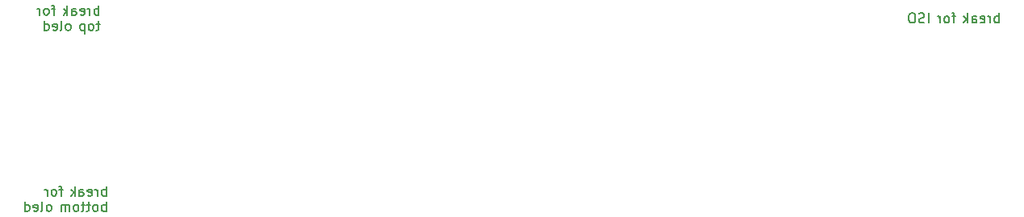
<source format=gbo>
%TF.GenerationSoftware,KiCad,Pcbnew,(7.0.0)*%
%TF.CreationDate,2023-11-20T08:37:48+01:00*%
%TF.ProjectId,plate,706c6174-652e-46b6-9963-61645f706362,rev?*%
%TF.SameCoordinates,Original*%
%TF.FileFunction,Legend,Bot*%
%TF.FilePolarity,Positive*%
%FSLAX46Y46*%
G04 Gerber Fmt 4.6, Leading zero omitted, Abs format (unit mm)*
G04 Created by KiCad (PCBNEW (7.0.0)) date 2023-11-20 08:37:48*
%MOMM*%
%LPD*%
G01*
G04 APERTURE LIST*
%ADD10C,0.150000*%
G04 APERTURE END LIST*
D10*
X160893154Y-94206130D02*
X160893154Y-93206130D01*
X160893154Y-93587083D02*
X160797916Y-93539464D01*
X160797916Y-93539464D02*
X160607440Y-93539464D01*
X160607440Y-93539464D02*
X160512202Y-93587083D01*
X160512202Y-93587083D02*
X160464583Y-93634702D01*
X160464583Y-93634702D02*
X160416964Y-93729940D01*
X160416964Y-93729940D02*
X160416964Y-94015654D01*
X160416964Y-94015654D02*
X160464583Y-94110892D01*
X160464583Y-94110892D02*
X160512202Y-94158511D01*
X160512202Y-94158511D02*
X160607440Y-94206130D01*
X160607440Y-94206130D02*
X160797916Y-94206130D01*
X160797916Y-94206130D02*
X160893154Y-94158511D01*
X159988392Y-94206130D02*
X159988392Y-93539464D01*
X159988392Y-93729940D02*
X159940773Y-93634702D01*
X159940773Y-93634702D02*
X159893154Y-93587083D01*
X159893154Y-93587083D02*
X159797916Y-93539464D01*
X159797916Y-93539464D02*
X159702678Y-93539464D01*
X158988392Y-94158511D02*
X159083630Y-94206130D01*
X159083630Y-94206130D02*
X159274106Y-94206130D01*
X159274106Y-94206130D02*
X159369344Y-94158511D01*
X159369344Y-94158511D02*
X159416963Y-94063273D01*
X159416963Y-94063273D02*
X159416963Y-93682321D01*
X159416963Y-93682321D02*
X159369344Y-93587083D01*
X159369344Y-93587083D02*
X159274106Y-93539464D01*
X159274106Y-93539464D02*
X159083630Y-93539464D01*
X159083630Y-93539464D02*
X158988392Y-93587083D01*
X158988392Y-93587083D02*
X158940773Y-93682321D01*
X158940773Y-93682321D02*
X158940773Y-93777559D01*
X158940773Y-93777559D02*
X159416963Y-93872797D01*
X158083630Y-94206130D02*
X158083630Y-93682321D01*
X158083630Y-93682321D02*
X158131249Y-93587083D01*
X158131249Y-93587083D02*
X158226487Y-93539464D01*
X158226487Y-93539464D02*
X158416963Y-93539464D01*
X158416963Y-93539464D02*
X158512201Y-93587083D01*
X158083630Y-94158511D02*
X158178868Y-94206130D01*
X158178868Y-94206130D02*
X158416963Y-94206130D01*
X158416963Y-94206130D02*
X158512201Y-94158511D01*
X158512201Y-94158511D02*
X158559820Y-94063273D01*
X158559820Y-94063273D02*
X158559820Y-93968035D01*
X158559820Y-93968035D02*
X158512201Y-93872797D01*
X158512201Y-93872797D02*
X158416963Y-93825178D01*
X158416963Y-93825178D02*
X158178868Y-93825178D01*
X158178868Y-93825178D02*
X158083630Y-93777559D01*
X157607439Y-94206130D02*
X157607439Y-93206130D01*
X157512201Y-93825178D02*
X157226487Y-94206130D01*
X157226487Y-93539464D02*
X157607439Y-93920416D01*
X156340772Y-93539464D02*
X155959820Y-93539464D01*
X156197915Y-94206130D02*
X156197915Y-93348988D01*
X156197915Y-93348988D02*
X156150296Y-93253750D01*
X156150296Y-93253750D02*
X156055058Y-93206130D01*
X156055058Y-93206130D02*
X155959820Y-93206130D01*
X155483629Y-94206130D02*
X155578867Y-94158511D01*
X155578867Y-94158511D02*
X155626486Y-94110892D01*
X155626486Y-94110892D02*
X155674105Y-94015654D01*
X155674105Y-94015654D02*
X155674105Y-93729940D01*
X155674105Y-93729940D02*
X155626486Y-93634702D01*
X155626486Y-93634702D02*
X155578867Y-93587083D01*
X155578867Y-93587083D02*
X155483629Y-93539464D01*
X155483629Y-93539464D02*
X155340772Y-93539464D01*
X155340772Y-93539464D02*
X155245534Y-93587083D01*
X155245534Y-93587083D02*
X155197915Y-93634702D01*
X155197915Y-93634702D02*
X155150296Y-93729940D01*
X155150296Y-93729940D02*
X155150296Y-94015654D01*
X155150296Y-94015654D02*
X155197915Y-94110892D01*
X155197915Y-94110892D02*
X155245534Y-94158511D01*
X155245534Y-94158511D02*
X155340772Y-94206130D01*
X155340772Y-94206130D02*
X155483629Y-94206130D01*
X154721724Y-94206130D02*
X154721724Y-93539464D01*
X154721724Y-93729940D02*
X154674105Y-93634702D01*
X154674105Y-93634702D02*
X154626486Y-93587083D01*
X154626486Y-93587083D02*
X154531248Y-93539464D01*
X154531248Y-93539464D02*
X154436010Y-93539464D01*
X160893154Y-95826130D02*
X160893154Y-94826130D01*
X160893154Y-95207083D02*
X160797916Y-95159464D01*
X160797916Y-95159464D02*
X160607440Y-95159464D01*
X160607440Y-95159464D02*
X160512202Y-95207083D01*
X160512202Y-95207083D02*
X160464583Y-95254702D01*
X160464583Y-95254702D02*
X160416964Y-95349940D01*
X160416964Y-95349940D02*
X160416964Y-95635654D01*
X160416964Y-95635654D02*
X160464583Y-95730892D01*
X160464583Y-95730892D02*
X160512202Y-95778511D01*
X160512202Y-95778511D02*
X160607440Y-95826130D01*
X160607440Y-95826130D02*
X160797916Y-95826130D01*
X160797916Y-95826130D02*
X160893154Y-95778511D01*
X159845535Y-95826130D02*
X159940773Y-95778511D01*
X159940773Y-95778511D02*
X159988392Y-95730892D01*
X159988392Y-95730892D02*
X160036011Y-95635654D01*
X160036011Y-95635654D02*
X160036011Y-95349940D01*
X160036011Y-95349940D02*
X159988392Y-95254702D01*
X159988392Y-95254702D02*
X159940773Y-95207083D01*
X159940773Y-95207083D02*
X159845535Y-95159464D01*
X159845535Y-95159464D02*
X159702678Y-95159464D01*
X159702678Y-95159464D02*
X159607440Y-95207083D01*
X159607440Y-95207083D02*
X159559821Y-95254702D01*
X159559821Y-95254702D02*
X159512202Y-95349940D01*
X159512202Y-95349940D02*
X159512202Y-95635654D01*
X159512202Y-95635654D02*
X159559821Y-95730892D01*
X159559821Y-95730892D02*
X159607440Y-95778511D01*
X159607440Y-95778511D02*
X159702678Y-95826130D01*
X159702678Y-95826130D02*
X159845535Y-95826130D01*
X159226487Y-95159464D02*
X158845535Y-95159464D01*
X159083630Y-94826130D02*
X159083630Y-95683273D01*
X159083630Y-95683273D02*
X159036011Y-95778511D01*
X159036011Y-95778511D02*
X158940773Y-95826130D01*
X158940773Y-95826130D02*
X158845535Y-95826130D01*
X158655058Y-95159464D02*
X158274106Y-95159464D01*
X158512201Y-94826130D02*
X158512201Y-95683273D01*
X158512201Y-95683273D02*
X158464582Y-95778511D01*
X158464582Y-95778511D02*
X158369344Y-95826130D01*
X158369344Y-95826130D02*
X158274106Y-95826130D01*
X157797915Y-95826130D02*
X157893153Y-95778511D01*
X157893153Y-95778511D02*
X157940772Y-95730892D01*
X157940772Y-95730892D02*
X157988391Y-95635654D01*
X157988391Y-95635654D02*
X157988391Y-95349940D01*
X157988391Y-95349940D02*
X157940772Y-95254702D01*
X157940772Y-95254702D02*
X157893153Y-95207083D01*
X157893153Y-95207083D02*
X157797915Y-95159464D01*
X157797915Y-95159464D02*
X157655058Y-95159464D01*
X157655058Y-95159464D02*
X157559820Y-95207083D01*
X157559820Y-95207083D02*
X157512201Y-95254702D01*
X157512201Y-95254702D02*
X157464582Y-95349940D01*
X157464582Y-95349940D02*
X157464582Y-95635654D01*
X157464582Y-95635654D02*
X157512201Y-95730892D01*
X157512201Y-95730892D02*
X157559820Y-95778511D01*
X157559820Y-95778511D02*
X157655058Y-95826130D01*
X157655058Y-95826130D02*
X157797915Y-95826130D01*
X157036010Y-95826130D02*
X157036010Y-95159464D01*
X157036010Y-95254702D02*
X156988391Y-95207083D01*
X156988391Y-95207083D02*
X156893153Y-95159464D01*
X156893153Y-95159464D02*
X156750296Y-95159464D01*
X156750296Y-95159464D02*
X156655058Y-95207083D01*
X156655058Y-95207083D02*
X156607439Y-95302321D01*
X156607439Y-95302321D02*
X156607439Y-95826130D01*
X156607439Y-95302321D02*
X156559820Y-95207083D01*
X156559820Y-95207083D02*
X156464582Y-95159464D01*
X156464582Y-95159464D02*
X156321725Y-95159464D01*
X156321725Y-95159464D02*
X156226486Y-95207083D01*
X156226486Y-95207083D02*
X156178867Y-95302321D01*
X156178867Y-95302321D02*
X156178867Y-95826130D01*
X154959820Y-95826130D02*
X155055058Y-95778511D01*
X155055058Y-95778511D02*
X155102677Y-95730892D01*
X155102677Y-95730892D02*
X155150296Y-95635654D01*
X155150296Y-95635654D02*
X155150296Y-95349940D01*
X155150296Y-95349940D02*
X155102677Y-95254702D01*
X155102677Y-95254702D02*
X155055058Y-95207083D01*
X155055058Y-95207083D02*
X154959820Y-95159464D01*
X154959820Y-95159464D02*
X154816963Y-95159464D01*
X154816963Y-95159464D02*
X154721725Y-95207083D01*
X154721725Y-95207083D02*
X154674106Y-95254702D01*
X154674106Y-95254702D02*
X154626487Y-95349940D01*
X154626487Y-95349940D02*
X154626487Y-95635654D01*
X154626487Y-95635654D02*
X154674106Y-95730892D01*
X154674106Y-95730892D02*
X154721725Y-95778511D01*
X154721725Y-95778511D02*
X154816963Y-95826130D01*
X154816963Y-95826130D02*
X154959820Y-95826130D01*
X154055058Y-95826130D02*
X154150296Y-95778511D01*
X154150296Y-95778511D02*
X154197915Y-95683273D01*
X154197915Y-95683273D02*
X154197915Y-94826130D01*
X153293153Y-95778511D02*
X153388391Y-95826130D01*
X153388391Y-95826130D02*
X153578867Y-95826130D01*
X153578867Y-95826130D02*
X153674105Y-95778511D01*
X153674105Y-95778511D02*
X153721724Y-95683273D01*
X153721724Y-95683273D02*
X153721724Y-95302321D01*
X153721724Y-95302321D02*
X153674105Y-95207083D01*
X153674105Y-95207083D02*
X153578867Y-95159464D01*
X153578867Y-95159464D02*
X153388391Y-95159464D01*
X153388391Y-95159464D02*
X153293153Y-95207083D01*
X153293153Y-95207083D02*
X153245534Y-95302321D01*
X153245534Y-95302321D02*
X153245534Y-95397559D01*
X153245534Y-95397559D02*
X153721724Y-95492797D01*
X152388391Y-95826130D02*
X152388391Y-94826130D01*
X152388391Y-95778511D02*
X152483629Y-95826130D01*
X152483629Y-95826130D02*
X152674105Y-95826130D01*
X152674105Y-95826130D02*
X152769343Y-95778511D01*
X152769343Y-95778511D02*
X152816962Y-95730892D01*
X152816962Y-95730892D02*
X152864581Y-95635654D01*
X152864581Y-95635654D02*
X152864581Y-95349940D01*
X152864581Y-95349940D02*
X152816962Y-95254702D01*
X152816962Y-95254702D02*
X152769343Y-95207083D01*
X152769343Y-95207083D02*
X152674105Y-95159464D01*
X152674105Y-95159464D02*
X152483629Y-95159464D01*
X152483629Y-95159464D02*
X152388391Y-95207083D01*
X160099404Y-75156130D02*
X160099404Y-74156130D01*
X160099404Y-74537083D02*
X160004166Y-74489464D01*
X160004166Y-74489464D02*
X159813690Y-74489464D01*
X159813690Y-74489464D02*
X159718452Y-74537083D01*
X159718452Y-74537083D02*
X159670833Y-74584702D01*
X159670833Y-74584702D02*
X159623214Y-74679940D01*
X159623214Y-74679940D02*
X159623214Y-74965654D01*
X159623214Y-74965654D02*
X159670833Y-75060892D01*
X159670833Y-75060892D02*
X159718452Y-75108511D01*
X159718452Y-75108511D02*
X159813690Y-75156130D01*
X159813690Y-75156130D02*
X160004166Y-75156130D01*
X160004166Y-75156130D02*
X160099404Y-75108511D01*
X159194642Y-75156130D02*
X159194642Y-74489464D01*
X159194642Y-74679940D02*
X159147023Y-74584702D01*
X159147023Y-74584702D02*
X159099404Y-74537083D01*
X159099404Y-74537083D02*
X159004166Y-74489464D01*
X159004166Y-74489464D02*
X158908928Y-74489464D01*
X158194642Y-75108511D02*
X158289880Y-75156130D01*
X158289880Y-75156130D02*
X158480356Y-75156130D01*
X158480356Y-75156130D02*
X158575594Y-75108511D01*
X158575594Y-75108511D02*
X158623213Y-75013273D01*
X158623213Y-75013273D02*
X158623213Y-74632321D01*
X158623213Y-74632321D02*
X158575594Y-74537083D01*
X158575594Y-74537083D02*
X158480356Y-74489464D01*
X158480356Y-74489464D02*
X158289880Y-74489464D01*
X158289880Y-74489464D02*
X158194642Y-74537083D01*
X158194642Y-74537083D02*
X158147023Y-74632321D01*
X158147023Y-74632321D02*
X158147023Y-74727559D01*
X158147023Y-74727559D02*
X158623213Y-74822797D01*
X157289880Y-75156130D02*
X157289880Y-74632321D01*
X157289880Y-74632321D02*
X157337499Y-74537083D01*
X157337499Y-74537083D02*
X157432737Y-74489464D01*
X157432737Y-74489464D02*
X157623213Y-74489464D01*
X157623213Y-74489464D02*
X157718451Y-74537083D01*
X157289880Y-75108511D02*
X157385118Y-75156130D01*
X157385118Y-75156130D02*
X157623213Y-75156130D01*
X157623213Y-75156130D02*
X157718451Y-75108511D01*
X157718451Y-75108511D02*
X157766070Y-75013273D01*
X157766070Y-75013273D02*
X157766070Y-74918035D01*
X157766070Y-74918035D02*
X157718451Y-74822797D01*
X157718451Y-74822797D02*
X157623213Y-74775178D01*
X157623213Y-74775178D02*
X157385118Y-74775178D01*
X157385118Y-74775178D02*
X157289880Y-74727559D01*
X156813689Y-75156130D02*
X156813689Y-74156130D01*
X156718451Y-74775178D02*
X156432737Y-75156130D01*
X156432737Y-74489464D02*
X156813689Y-74870416D01*
X155547022Y-74489464D02*
X155166070Y-74489464D01*
X155404165Y-75156130D02*
X155404165Y-74298988D01*
X155404165Y-74298988D02*
X155356546Y-74203750D01*
X155356546Y-74203750D02*
X155261308Y-74156130D01*
X155261308Y-74156130D02*
X155166070Y-74156130D01*
X154689879Y-75156130D02*
X154785117Y-75108511D01*
X154785117Y-75108511D02*
X154832736Y-75060892D01*
X154832736Y-75060892D02*
X154880355Y-74965654D01*
X154880355Y-74965654D02*
X154880355Y-74679940D01*
X154880355Y-74679940D02*
X154832736Y-74584702D01*
X154832736Y-74584702D02*
X154785117Y-74537083D01*
X154785117Y-74537083D02*
X154689879Y-74489464D01*
X154689879Y-74489464D02*
X154547022Y-74489464D01*
X154547022Y-74489464D02*
X154451784Y-74537083D01*
X154451784Y-74537083D02*
X154404165Y-74584702D01*
X154404165Y-74584702D02*
X154356546Y-74679940D01*
X154356546Y-74679940D02*
X154356546Y-74965654D01*
X154356546Y-74965654D02*
X154404165Y-75060892D01*
X154404165Y-75060892D02*
X154451784Y-75108511D01*
X154451784Y-75108511D02*
X154547022Y-75156130D01*
X154547022Y-75156130D02*
X154689879Y-75156130D01*
X153927974Y-75156130D02*
X153927974Y-74489464D01*
X153927974Y-74679940D02*
X153880355Y-74584702D01*
X153880355Y-74584702D02*
X153832736Y-74537083D01*
X153832736Y-74537083D02*
X153737498Y-74489464D01*
X153737498Y-74489464D02*
X153642260Y-74489464D01*
X160242261Y-76109464D02*
X159861309Y-76109464D01*
X160099404Y-75776130D02*
X160099404Y-76633273D01*
X160099404Y-76633273D02*
X160051785Y-76728511D01*
X160051785Y-76728511D02*
X159956547Y-76776130D01*
X159956547Y-76776130D02*
X159861309Y-76776130D01*
X159385118Y-76776130D02*
X159480356Y-76728511D01*
X159480356Y-76728511D02*
X159527975Y-76680892D01*
X159527975Y-76680892D02*
X159575594Y-76585654D01*
X159575594Y-76585654D02*
X159575594Y-76299940D01*
X159575594Y-76299940D02*
X159527975Y-76204702D01*
X159527975Y-76204702D02*
X159480356Y-76157083D01*
X159480356Y-76157083D02*
X159385118Y-76109464D01*
X159385118Y-76109464D02*
X159242261Y-76109464D01*
X159242261Y-76109464D02*
X159147023Y-76157083D01*
X159147023Y-76157083D02*
X159099404Y-76204702D01*
X159099404Y-76204702D02*
X159051785Y-76299940D01*
X159051785Y-76299940D02*
X159051785Y-76585654D01*
X159051785Y-76585654D02*
X159099404Y-76680892D01*
X159099404Y-76680892D02*
X159147023Y-76728511D01*
X159147023Y-76728511D02*
X159242261Y-76776130D01*
X159242261Y-76776130D02*
X159385118Y-76776130D01*
X158623213Y-76109464D02*
X158623213Y-77109464D01*
X158623213Y-76157083D02*
X158527975Y-76109464D01*
X158527975Y-76109464D02*
X158337499Y-76109464D01*
X158337499Y-76109464D02*
X158242261Y-76157083D01*
X158242261Y-76157083D02*
X158194642Y-76204702D01*
X158194642Y-76204702D02*
X158147023Y-76299940D01*
X158147023Y-76299940D02*
X158147023Y-76585654D01*
X158147023Y-76585654D02*
X158194642Y-76680892D01*
X158194642Y-76680892D02*
X158242261Y-76728511D01*
X158242261Y-76728511D02*
X158337499Y-76776130D01*
X158337499Y-76776130D02*
X158527975Y-76776130D01*
X158527975Y-76776130D02*
X158623213Y-76728511D01*
X156975594Y-76776130D02*
X157070832Y-76728511D01*
X157070832Y-76728511D02*
X157118451Y-76680892D01*
X157118451Y-76680892D02*
X157166070Y-76585654D01*
X157166070Y-76585654D02*
X157166070Y-76299940D01*
X157166070Y-76299940D02*
X157118451Y-76204702D01*
X157118451Y-76204702D02*
X157070832Y-76157083D01*
X157070832Y-76157083D02*
X156975594Y-76109464D01*
X156975594Y-76109464D02*
X156832737Y-76109464D01*
X156832737Y-76109464D02*
X156737499Y-76157083D01*
X156737499Y-76157083D02*
X156689880Y-76204702D01*
X156689880Y-76204702D02*
X156642261Y-76299940D01*
X156642261Y-76299940D02*
X156642261Y-76585654D01*
X156642261Y-76585654D02*
X156689880Y-76680892D01*
X156689880Y-76680892D02*
X156737499Y-76728511D01*
X156737499Y-76728511D02*
X156832737Y-76776130D01*
X156832737Y-76776130D02*
X156975594Y-76776130D01*
X156070832Y-76776130D02*
X156166070Y-76728511D01*
X156166070Y-76728511D02*
X156213689Y-76633273D01*
X156213689Y-76633273D02*
X156213689Y-75776130D01*
X155308927Y-76728511D02*
X155404165Y-76776130D01*
X155404165Y-76776130D02*
X155594641Y-76776130D01*
X155594641Y-76776130D02*
X155689879Y-76728511D01*
X155689879Y-76728511D02*
X155737498Y-76633273D01*
X155737498Y-76633273D02*
X155737498Y-76252321D01*
X155737498Y-76252321D02*
X155689879Y-76157083D01*
X155689879Y-76157083D02*
X155594641Y-76109464D01*
X155594641Y-76109464D02*
X155404165Y-76109464D01*
X155404165Y-76109464D02*
X155308927Y-76157083D01*
X155308927Y-76157083D02*
X155261308Y-76252321D01*
X155261308Y-76252321D02*
X155261308Y-76347559D01*
X155261308Y-76347559D02*
X155737498Y-76442797D01*
X154404165Y-76776130D02*
X154404165Y-75776130D01*
X154404165Y-76728511D02*
X154499403Y-76776130D01*
X154499403Y-76776130D02*
X154689879Y-76776130D01*
X154689879Y-76776130D02*
X154785117Y-76728511D01*
X154785117Y-76728511D02*
X154832736Y-76680892D01*
X154832736Y-76680892D02*
X154880355Y-76585654D01*
X154880355Y-76585654D02*
X154880355Y-76299940D01*
X154880355Y-76299940D02*
X154832736Y-76204702D01*
X154832736Y-76204702D02*
X154785117Y-76157083D01*
X154785117Y-76157083D02*
X154689879Y-76109464D01*
X154689879Y-76109464D02*
X154499403Y-76109464D01*
X154499403Y-76109464D02*
X154404165Y-76157083D01*
X254555654Y-75982380D02*
X254555654Y-74982380D01*
X254555654Y-75363333D02*
X254460416Y-75315714D01*
X254460416Y-75315714D02*
X254269940Y-75315714D01*
X254269940Y-75315714D02*
X254174702Y-75363333D01*
X254174702Y-75363333D02*
X254127083Y-75410952D01*
X254127083Y-75410952D02*
X254079464Y-75506190D01*
X254079464Y-75506190D02*
X254079464Y-75791904D01*
X254079464Y-75791904D02*
X254127083Y-75887142D01*
X254127083Y-75887142D02*
X254174702Y-75934761D01*
X254174702Y-75934761D02*
X254269940Y-75982380D01*
X254269940Y-75982380D02*
X254460416Y-75982380D01*
X254460416Y-75982380D02*
X254555654Y-75934761D01*
X253650892Y-75982380D02*
X253650892Y-75315714D01*
X253650892Y-75506190D02*
X253603273Y-75410952D01*
X253603273Y-75410952D02*
X253555654Y-75363333D01*
X253555654Y-75363333D02*
X253460416Y-75315714D01*
X253460416Y-75315714D02*
X253365178Y-75315714D01*
X252650892Y-75934761D02*
X252746130Y-75982380D01*
X252746130Y-75982380D02*
X252936606Y-75982380D01*
X252936606Y-75982380D02*
X253031844Y-75934761D01*
X253031844Y-75934761D02*
X253079463Y-75839523D01*
X253079463Y-75839523D02*
X253079463Y-75458571D01*
X253079463Y-75458571D02*
X253031844Y-75363333D01*
X253031844Y-75363333D02*
X252936606Y-75315714D01*
X252936606Y-75315714D02*
X252746130Y-75315714D01*
X252746130Y-75315714D02*
X252650892Y-75363333D01*
X252650892Y-75363333D02*
X252603273Y-75458571D01*
X252603273Y-75458571D02*
X252603273Y-75553809D01*
X252603273Y-75553809D02*
X253079463Y-75649047D01*
X251746130Y-75982380D02*
X251746130Y-75458571D01*
X251746130Y-75458571D02*
X251793749Y-75363333D01*
X251793749Y-75363333D02*
X251888987Y-75315714D01*
X251888987Y-75315714D02*
X252079463Y-75315714D01*
X252079463Y-75315714D02*
X252174701Y-75363333D01*
X251746130Y-75934761D02*
X251841368Y-75982380D01*
X251841368Y-75982380D02*
X252079463Y-75982380D01*
X252079463Y-75982380D02*
X252174701Y-75934761D01*
X252174701Y-75934761D02*
X252222320Y-75839523D01*
X252222320Y-75839523D02*
X252222320Y-75744285D01*
X252222320Y-75744285D02*
X252174701Y-75649047D01*
X252174701Y-75649047D02*
X252079463Y-75601428D01*
X252079463Y-75601428D02*
X251841368Y-75601428D01*
X251841368Y-75601428D02*
X251746130Y-75553809D01*
X251269939Y-75982380D02*
X251269939Y-74982380D01*
X251174701Y-75601428D02*
X250888987Y-75982380D01*
X250888987Y-75315714D02*
X251269939Y-75696666D01*
X250003272Y-75315714D02*
X249622320Y-75315714D01*
X249860415Y-75982380D02*
X249860415Y-75125238D01*
X249860415Y-75125238D02*
X249812796Y-75030000D01*
X249812796Y-75030000D02*
X249717558Y-74982380D01*
X249717558Y-74982380D02*
X249622320Y-74982380D01*
X249146129Y-75982380D02*
X249241367Y-75934761D01*
X249241367Y-75934761D02*
X249288986Y-75887142D01*
X249288986Y-75887142D02*
X249336605Y-75791904D01*
X249336605Y-75791904D02*
X249336605Y-75506190D01*
X249336605Y-75506190D02*
X249288986Y-75410952D01*
X249288986Y-75410952D02*
X249241367Y-75363333D01*
X249241367Y-75363333D02*
X249146129Y-75315714D01*
X249146129Y-75315714D02*
X249003272Y-75315714D01*
X249003272Y-75315714D02*
X248908034Y-75363333D01*
X248908034Y-75363333D02*
X248860415Y-75410952D01*
X248860415Y-75410952D02*
X248812796Y-75506190D01*
X248812796Y-75506190D02*
X248812796Y-75791904D01*
X248812796Y-75791904D02*
X248860415Y-75887142D01*
X248860415Y-75887142D02*
X248908034Y-75934761D01*
X248908034Y-75934761D02*
X249003272Y-75982380D01*
X249003272Y-75982380D02*
X249146129Y-75982380D01*
X248384224Y-75982380D02*
X248384224Y-75315714D01*
X248384224Y-75506190D02*
X248336605Y-75410952D01*
X248336605Y-75410952D02*
X248288986Y-75363333D01*
X248288986Y-75363333D02*
X248193748Y-75315714D01*
X248193748Y-75315714D02*
X248098510Y-75315714D01*
X247165176Y-75982380D02*
X247165176Y-74982380D01*
X246736605Y-75934761D02*
X246593748Y-75982380D01*
X246593748Y-75982380D02*
X246355653Y-75982380D01*
X246355653Y-75982380D02*
X246260415Y-75934761D01*
X246260415Y-75934761D02*
X246212796Y-75887142D01*
X246212796Y-75887142D02*
X246165177Y-75791904D01*
X246165177Y-75791904D02*
X246165177Y-75696666D01*
X246165177Y-75696666D02*
X246212796Y-75601428D01*
X246212796Y-75601428D02*
X246260415Y-75553809D01*
X246260415Y-75553809D02*
X246355653Y-75506190D01*
X246355653Y-75506190D02*
X246546129Y-75458571D01*
X246546129Y-75458571D02*
X246641367Y-75410952D01*
X246641367Y-75410952D02*
X246688986Y-75363333D01*
X246688986Y-75363333D02*
X246736605Y-75268095D01*
X246736605Y-75268095D02*
X246736605Y-75172857D01*
X246736605Y-75172857D02*
X246688986Y-75077619D01*
X246688986Y-75077619D02*
X246641367Y-75030000D01*
X246641367Y-75030000D02*
X246546129Y-74982380D01*
X246546129Y-74982380D02*
X246308034Y-74982380D01*
X246308034Y-74982380D02*
X246165177Y-75030000D01*
X245546129Y-74982380D02*
X245355653Y-74982380D01*
X245355653Y-74982380D02*
X245260415Y-75030000D01*
X245260415Y-75030000D02*
X245165177Y-75125238D01*
X245165177Y-75125238D02*
X245117558Y-75315714D01*
X245117558Y-75315714D02*
X245117558Y-75649047D01*
X245117558Y-75649047D02*
X245165177Y-75839523D01*
X245165177Y-75839523D02*
X245260415Y-75934761D01*
X245260415Y-75934761D02*
X245355653Y-75982380D01*
X245355653Y-75982380D02*
X245546129Y-75982380D01*
X245546129Y-75982380D02*
X245641367Y-75934761D01*
X245641367Y-75934761D02*
X245736605Y-75839523D01*
X245736605Y-75839523D02*
X245784224Y-75649047D01*
X245784224Y-75649047D02*
X245784224Y-75315714D01*
X245784224Y-75315714D02*
X245736605Y-75125238D01*
X245736605Y-75125238D02*
X245641367Y-75030000D01*
X245641367Y-75030000D02*
X245546129Y-74982380D01*
M02*

</source>
